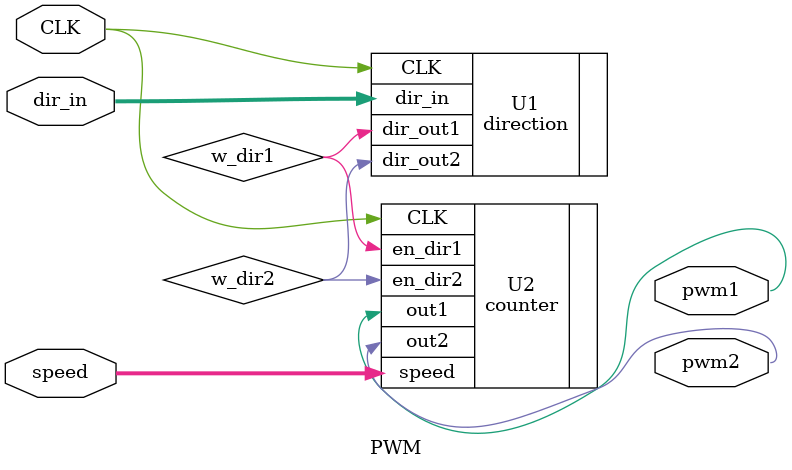
<source format=v>
`timescale 1ns / 1ps


module PWM(
    input CLK,
    input [7:0] speed,
    input [1:0] dir_in,
    output pwm1,
    output pwm2
    );
wire w_dir1,w_dir2;
direction U1(.CLK(CLK),.dir_in(dir_in),.dir_out1(w_dir1),.dir_out2(w_dir2));
counter U2(.CLK(CLK),.en_dir1(w_dir1),.en_dir2(w_dir2),.speed(speed),.out1(pwm1),.out2(pwm2));
endmodule

</source>
